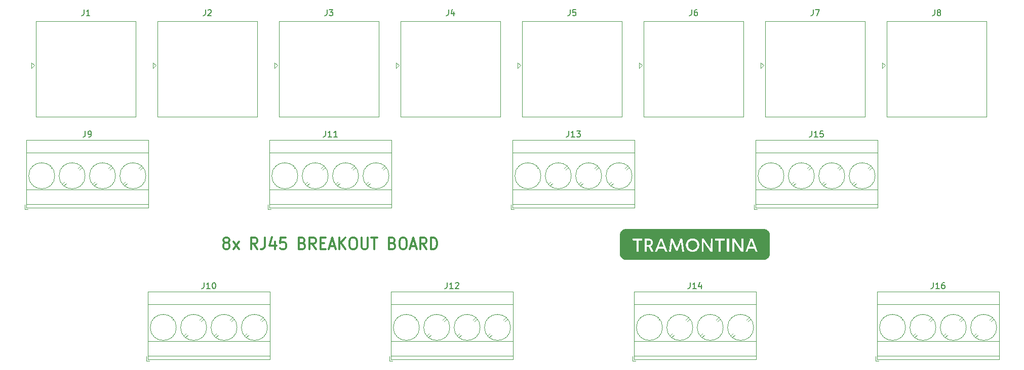
<source format=gbr>
G04 #@! TF.GenerationSoftware,KiCad,Pcbnew,(5.1.9)-1*
G04 #@! TF.CreationDate,2021-09-29T15:51:31-03:00*
G04 #@! TF.ProjectId,RJ45-breakout_8ch,524a3435-2d62-4726-9561-6b6f75745f38,rev?*
G04 #@! TF.SameCoordinates,Original*
G04 #@! TF.FileFunction,Legend,Top*
G04 #@! TF.FilePolarity,Positive*
%FSLAX46Y46*%
G04 Gerber Fmt 4.6, Leading zero omitted, Abs format (unit mm)*
G04 Created by KiCad (PCBNEW (5.1.9)-1) date 2021-09-29 15:51:31*
%MOMM*%
%LPD*%
G01*
G04 APERTURE LIST*
%ADD10C,0.300000*%
%ADD11C,0.010000*%
%ADD12C,0.050000*%
%ADD13C,0.120000*%
%ADD14C,0.150000*%
G04 APERTURE END LIST*
D10*
X103121428Y-105171904D02*
X102950000Y-105076666D01*
X102864285Y-104981428D01*
X102778571Y-104790952D01*
X102778571Y-104695714D01*
X102864285Y-104505238D01*
X102950000Y-104410000D01*
X103121428Y-104314761D01*
X103464285Y-104314761D01*
X103635714Y-104410000D01*
X103721428Y-104505238D01*
X103807142Y-104695714D01*
X103807142Y-104790952D01*
X103721428Y-104981428D01*
X103635714Y-105076666D01*
X103464285Y-105171904D01*
X103121428Y-105171904D01*
X102950000Y-105267142D01*
X102864285Y-105362380D01*
X102778571Y-105552857D01*
X102778571Y-105933809D01*
X102864285Y-106124285D01*
X102950000Y-106219523D01*
X103121428Y-106314761D01*
X103464285Y-106314761D01*
X103635714Y-106219523D01*
X103721428Y-106124285D01*
X103807142Y-105933809D01*
X103807142Y-105552857D01*
X103721428Y-105362380D01*
X103635714Y-105267142D01*
X103464285Y-105171904D01*
X104407142Y-106314761D02*
X105350000Y-104981428D01*
X104407142Y-104981428D02*
X105350000Y-106314761D01*
X108435714Y-106314761D02*
X107835714Y-105362380D01*
X107407142Y-106314761D02*
X107407142Y-104314761D01*
X108092857Y-104314761D01*
X108264285Y-104410000D01*
X108350000Y-104505238D01*
X108435714Y-104695714D01*
X108435714Y-104981428D01*
X108350000Y-105171904D01*
X108264285Y-105267142D01*
X108092857Y-105362380D01*
X107407142Y-105362380D01*
X109721428Y-104314761D02*
X109721428Y-105743333D01*
X109635714Y-106029047D01*
X109464285Y-106219523D01*
X109207142Y-106314761D01*
X109035714Y-106314761D01*
X111350000Y-104981428D02*
X111350000Y-106314761D01*
X110921428Y-104219523D02*
X110492857Y-105648095D01*
X111607142Y-105648095D01*
X113150000Y-104314761D02*
X112292857Y-104314761D01*
X112207142Y-105267142D01*
X112292857Y-105171904D01*
X112464285Y-105076666D01*
X112892857Y-105076666D01*
X113064285Y-105171904D01*
X113150000Y-105267142D01*
X113235714Y-105457619D01*
X113235714Y-105933809D01*
X113150000Y-106124285D01*
X113064285Y-106219523D01*
X112892857Y-106314761D01*
X112464285Y-106314761D01*
X112292857Y-106219523D01*
X112207142Y-106124285D01*
X115978571Y-105267142D02*
X116235714Y-105362380D01*
X116321428Y-105457619D01*
X116407142Y-105648095D01*
X116407142Y-105933809D01*
X116321428Y-106124285D01*
X116235714Y-106219523D01*
X116064285Y-106314761D01*
X115378571Y-106314761D01*
X115378571Y-104314761D01*
X115978571Y-104314761D01*
X116150000Y-104410000D01*
X116235714Y-104505238D01*
X116321428Y-104695714D01*
X116321428Y-104886190D01*
X116235714Y-105076666D01*
X116150000Y-105171904D01*
X115978571Y-105267142D01*
X115378571Y-105267142D01*
X118207142Y-106314761D02*
X117607142Y-105362380D01*
X117178571Y-106314761D02*
X117178571Y-104314761D01*
X117864285Y-104314761D01*
X118035714Y-104410000D01*
X118121428Y-104505238D01*
X118207142Y-104695714D01*
X118207142Y-104981428D01*
X118121428Y-105171904D01*
X118035714Y-105267142D01*
X117864285Y-105362380D01*
X117178571Y-105362380D01*
X118978571Y-105267142D02*
X119578571Y-105267142D01*
X119835714Y-106314761D02*
X118978571Y-106314761D01*
X118978571Y-104314761D01*
X119835714Y-104314761D01*
X120521428Y-105743333D02*
X121378571Y-105743333D01*
X120350000Y-106314761D02*
X120950000Y-104314761D01*
X121550000Y-106314761D01*
X122150000Y-106314761D02*
X122150000Y-104314761D01*
X123178571Y-106314761D02*
X122407142Y-105171904D01*
X123178571Y-104314761D02*
X122150000Y-105457619D01*
X124292857Y-104314761D02*
X124635714Y-104314761D01*
X124807142Y-104410000D01*
X124978571Y-104600476D01*
X125064285Y-104981428D01*
X125064285Y-105648095D01*
X124978571Y-106029047D01*
X124807142Y-106219523D01*
X124635714Y-106314761D01*
X124292857Y-106314761D01*
X124121428Y-106219523D01*
X123950000Y-106029047D01*
X123864285Y-105648095D01*
X123864285Y-104981428D01*
X123950000Y-104600476D01*
X124121428Y-104410000D01*
X124292857Y-104314761D01*
X125835714Y-104314761D02*
X125835714Y-105933809D01*
X125921428Y-106124285D01*
X126007142Y-106219523D01*
X126178571Y-106314761D01*
X126521428Y-106314761D01*
X126692857Y-106219523D01*
X126778571Y-106124285D01*
X126864285Y-105933809D01*
X126864285Y-104314761D01*
X127464285Y-104314761D02*
X128492857Y-104314761D01*
X127978571Y-106314761D02*
X127978571Y-104314761D01*
X131064285Y-105267142D02*
X131321428Y-105362380D01*
X131407142Y-105457619D01*
X131492857Y-105648095D01*
X131492857Y-105933809D01*
X131407142Y-106124285D01*
X131321428Y-106219523D01*
X131149999Y-106314761D01*
X130464285Y-106314761D01*
X130464285Y-104314761D01*
X131064285Y-104314761D01*
X131235714Y-104410000D01*
X131321428Y-104505238D01*
X131407142Y-104695714D01*
X131407142Y-104886190D01*
X131321428Y-105076666D01*
X131235714Y-105171904D01*
X131064285Y-105267142D01*
X130464285Y-105267142D01*
X132607142Y-104314761D02*
X132949999Y-104314761D01*
X133121428Y-104410000D01*
X133292857Y-104600476D01*
X133378571Y-104981428D01*
X133378571Y-105648095D01*
X133292857Y-106029047D01*
X133121428Y-106219523D01*
X132949999Y-106314761D01*
X132607142Y-106314761D01*
X132435714Y-106219523D01*
X132264285Y-106029047D01*
X132178571Y-105648095D01*
X132178571Y-104981428D01*
X132264285Y-104600476D01*
X132435714Y-104410000D01*
X132607142Y-104314761D01*
X134064285Y-105743333D02*
X134921428Y-105743333D01*
X133892857Y-106314761D02*
X134492857Y-104314761D01*
X135092857Y-106314761D01*
X136721428Y-106314761D02*
X136121428Y-105362380D01*
X135692857Y-106314761D02*
X135692857Y-104314761D01*
X136378571Y-104314761D01*
X136550000Y-104410000D01*
X136635714Y-104505238D01*
X136721428Y-104695714D01*
X136721428Y-104981428D01*
X136635714Y-105171904D01*
X136550000Y-105267142D01*
X136378571Y-105362380D01*
X135692857Y-105362380D01*
X137492857Y-106314761D02*
X137492857Y-104314761D01*
X137921428Y-104314761D01*
X138178571Y-104410000D01*
X138350000Y-104600476D01*
X138435714Y-104790952D01*
X138521428Y-105171904D01*
X138521428Y-105457619D01*
X138435714Y-105838571D01*
X138350000Y-106029047D01*
X138178571Y-106219523D01*
X137921428Y-106314761D01*
X137492857Y-106314761D01*
D11*
G04 #@! TO.C,REF\u002A\u002A*
G36*
X181410000Y-104860000D02*
G01*
X181640000Y-105000000D01*
X181790000Y-105210000D01*
X181870000Y-105410000D01*
X181880000Y-105660000D01*
X181810000Y-105910000D01*
X181670000Y-106110000D01*
X181440000Y-106280000D01*
X181180000Y-106330000D01*
X180970000Y-106300000D01*
X180730000Y-106180000D01*
X180530000Y-105950000D01*
X180440000Y-105670000D01*
X180460000Y-105360000D01*
X180560000Y-105130000D01*
X180750000Y-104930000D01*
X180960000Y-104840000D01*
X181156000Y-104816600D01*
X181410000Y-104860000D01*
G37*
X181410000Y-104860000D02*
X181640000Y-105000000D01*
X181790000Y-105210000D01*
X181870000Y-105410000D01*
X181880000Y-105660000D01*
X181810000Y-105910000D01*
X181670000Y-106110000D01*
X181440000Y-106280000D01*
X181180000Y-106330000D01*
X180970000Y-106300000D01*
X180730000Y-106180000D01*
X180530000Y-105950000D01*
X180440000Y-105670000D01*
X180460000Y-105360000D01*
X180560000Y-105130000D01*
X180750000Y-104930000D01*
X180960000Y-104840000D01*
X181156000Y-104816600D01*
X181410000Y-104860000D01*
G36*
X174020000Y-104870000D02*
G01*
X174130000Y-105000000D01*
X174150000Y-105180000D01*
X174110000Y-105340000D01*
X173960000Y-105460000D01*
X173850000Y-105470000D01*
X173510000Y-105470000D01*
X173510000Y-104820000D01*
X173880000Y-104820000D01*
X174020000Y-104870000D01*
G37*
X174020000Y-104870000D02*
X174130000Y-105000000D01*
X174150000Y-105180000D01*
X174110000Y-105340000D01*
X173960000Y-105460000D01*
X173850000Y-105470000D01*
X173510000Y-105470000D01*
X173510000Y-104820000D01*
X173880000Y-104820000D01*
X174020000Y-104870000D01*
G36*
X191320000Y-105810000D02*
G01*
X190690000Y-105810000D01*
X191000000Y-104940000D01*
X191320000Y-105810000D01*
G37*
X191320000Y-105810000D02*
X190690000Y-105810000D01*
X191000000Y-104940000D01*
X191320000Y-105810000D01*
G36*
X176220000Y-105800000D02*
G01*
X175590000Y-105800000D01*
X175900000Y-104930000D01*
X176220000Y-105800000D01*
G37*
X176220000Y-105800000D02*
X175590000Y-105800000D01*
X175900000Y-104930000D01*
X176220000Y-105800000D01*
G36*
X178490000Y-105960000D02*
G01*
X177890000Y-104390000D01*
X179100000Y-104390000D01*
X178490000Y-105960000D01*
G37*
X178490000Y-105960000D02*
X177890000Y-104390000D01*
X179100000Y-104390000D01*
X178490000Y-105960000D01*
G36*
X184160000Y-104410000D02*
G01*
X184150000Y-106010000D01*
X183060000Y-104410000D01*
X184160000Y-104410000D01*
G37*
X184160000Y-104410000D02*
X184150000Y-106010000D01*
X183060000Y-104410000D01*
X184160000Y-104410000D01*
G36*
X189260000Y-104410000D02*
G01*
X189250000Y-106010000D01*
X188160000Y-104410000D01*
X189260000Y-104410000D01*
G37*
X189260000Y-104410000D02*
X189250000Y-106010000D01*
X188160000Y-104410000D01*
X189260000Y-104410000D01*
G36*
X191410000Y-104410000D02*
G01*
X181530000Y-104420000D01*
X181162600Y-104380900D01*
X180810000Y-104410000D01*
X171010000Y-104410000D01*
X171010000Y-104110000D01*
X169040000Y-104110000D01*
X169070000Y-103710000D01*
X191410000Y-103710000D01*
X191410000Y-104410000D01*
G37*
X191410000Y-104410000D02*
X181530000Y-104420000D01*
X181162600Y-104380900D01*
X180810000Y-104410000D01*
X171010000Y-104410000D01*
X171010000Y-104110000D01*
X169040000Y-104110000D01*
X169070000Y-103710000D01*
X191410000Y-103710000D01*
X191410000Y-104410000D01*
G36*
X193220000Y-102920000D02*
G01*
X193540000Y-103040000D01*
X193790000Y-103230000D01*
X193960000Y-103520000D01*
X194030000Y-103780000D01*
X194042600Y-103989500D01*
X194042600Y-106887900D01*
X194000000Y-107240000D01*
X193860000Y-107560000D01*
X193570000Y-107830000D01*
X193270000Y-107950000D01*
X192948300Y-107982300D01*
X170136900Y-107982300D01*
X169790000Y-107940000D01*
X169510000Y-107820000D01*
X169230000Y-107560000D01*
X169070000Y-107190000D01*
X169042600Y-106887900D01*
X169042600Y-103989500D01*
X171080000Y-103990000D01*
X171080000Y-104700000D01*
X171130000Y-104800000D01*
X171290000Y-104840000D01*
X171720000Y-104840000D01*
X171720000Y-106590000D01*
X171760000Y-106690000D01*
X171870000Y-106720000D01*
X172170000Y-106720000D01*
X172170000Y-104830000D01*
X172800000Y-104830000D01*
X172800000Y-104410000D01*
X173080000Y-104410000D01*
X173080000Y-106620000D01*
X173150000Y-106700000D01*
X173249300Y-106716200D01*
X173503800Y-106716200D01*
X173503800Y-105869800D01*
X173799600Y-105869800D01*
X174230000Y-106680000D01*
X174340000Y-106720000D01*
X174728700Y-106716200D01*
X174210000Y-105790000D01*
X174450000Y-105610000D01*
X174580000Y-105310000D01*
X174590000Y-104990000D01*
X174410000Y-104620000D01*
X174140000Y-104470000D01*
X173930000Y-104420000D01*
X175700000Y-104420000D01*
X174810000Y-106720000D01*
X175260000Y-106710000D01*
X175440000Y-106210000D01*
X176366900Y-106210300D01*
X176550000Y-106660000D01*
X176640000Y-106720000D01*
X177000000Y-106710000D01*
X176110000Y-104310000D01*
X177510000Y-104310000D01*
X177134300Y-106716200D01*
X177566900Y-106716200D01*
X177770000Y-105160000D01*
X178270000Y-106410000D01*
X178350000Y-106510000D01*
X178460000Y-106530000D01*
X178670900Y-106525200D01*
X179180000Y-105180000D01*
X179380000Y-106590000D01*
X179450000Y-106680000D01*
X179570000Y-106720000D01*
X179840000Y-106720000D01*
X179485500Y-104370000D01*
X180900000Y-104380000D01*
X180510000Y-104570000D01*
X180220000Y-104840000D01*
X180030000Y-105160000D01*
X179970000Y-105630000D01*
X180010000Y-105960000D01*
X180190000Y-106260000D01*
X180450000Y-106550000D01*
X180880000Y-106740000D01*
X181360000Y-106740000D01*
X181740000Y-106610000D01*
X182030000Y-106380000D01*
X182270000Y-106010000D01*
X182360000Y-105480000D01*
X182220000Y-105020000D01*
X181970000Y-104680000D01*
X181510000Y-104410000D01*
X182635500Y-104422100D01*
X182640000Y-106550000D01*
X182670000Y-106680000D01*
X182760000Y-106710000D01*
X183050000Y-106710000D01*
X183050000Y-105140000D01*
X184140000Y-106670000D01*
X184260000Y-106720000D01*
X184560000Y-106710000D01*
X184560000Y-104390000D01*
X184850000Y-104390000D01*
X184850000Y-104740000D01*
X184910000Y-104810000D01*
X185040000Y-104830000D01*
X185480000Y-104830000D01*
X185480000Y-106610000D01*
X185510000Y-106670000D01*
X185570000Y-106700000D01*
X185648800Y-106716200D01*
X185930000Y-106710000D01*
X185930000Y-104830000D01*
X186560000Y-104830000D01*
X186558900Y-104422100D01*
X186851800Y-104422100D01*
X186860000Y-106600000D01*
X186900000Y-106680000D01*
X186980000Y-106710000D01*
X187300000Y-106710000D01*
X187300000Y-104420000D01*
X187739500Y-104422100D01*
X187740000Y-106610000D01*
X187800000Y-106700000D01*
X187920000Y-106720000D01*
X188156000Y-106716200D01*
X188160000Y-105130000D01*
X189190000Y-106610000D01*
X189340000Y-106700000D01*
X189440000Y-106720000D01*
X189680000Y-106710000D01*
X189680000Y-104380000D01*
X190800000Y-104380000D01*
X189920000Y-106710000D01*
X190360000Y-106710000D01*
X190550000Y-106200000D01*
X191470000Y-106220000D01*
X191630000Y-106630000D01*
X191700000Y-106690000D01*
X191810000Y-106720000D01*
X192114200Y-106716200D01*
X191230000Y-104430000D01*
X191230000Y-103790000D01*
X169050000Y-103770000D01*
X169220000Y-103330000D01*
X169500000Y-103060000D01*
X169900000Y-102900000D01*
X170136900Y-102894900D01*
X192948300Y-102894900D01*
X193220000Y-102920000D01*
G37*
X193220000Y-102920000D02*
X193540000Y-103040000D01*
X193790000Y-103230000D01*
X193960000Y-103520000D01*
X194030000Y-103780000D01*
X194042600Y-103989500D01*
X194042600Y-106887900D01*
X194000000Y-107240000D01*
X193860000Y-107560000D01*
X193570000Y-107830000D01*
X193270000Y-107950000D01*
X192948300Y-107982300D01*
X170136900Y-107982300D01*
X169790000Y-107940000D01*
X169510000Y-107820000D01*
X169230000Y-107560000D01*
X169070000Y-107190000D01*
X169042600Y-106887900D01*
X169042600Y-103989500D01*
X171080000Y-103990000D01*
X171080000Y-104700000D01*
X171130000Y-104800000D01*
X171290000Y-104840000D01*
X171720000Y-104840000D01*
X171720000Y-106590000D01*
X171760000Y-106690000D01*
X171870000Y-106720000D01*
X172170000Y-106720000D01*
X172170000Y-104830000D01*
X172800000Y-104830000D01*
X172800000Y-104410000D01*
X173080000Y-104410000D01*
X173080000Y-106620000D01*
X173150000Y-106700000D01*
X173249300Y-106716200D01*
X173503800Y-106716200D01*
X173503800Y-105869800D01*
X173799600Y-105869800D01*
X174230000Y-106680000D01*
X174340000Y-106720000D01*
X174728700Y-106716200D01*
X174210000Y-105790000D01*
X174450000Y-105610000D01*
X174580000Y-105310000D01*
X174590000Y-104990000D01*
X174410000Y-104620000D01*
X174140000Y-104470000D01*
X173930000Y-104420000D01*
X175700000Y-104420000D01*
X174810000Y-106720000D01*
X175260000Y-106710000D01*
X175440000Y-106210000D01*
X176366900Y-106210300D01*
X176550000Y-106660000D01*
X176640000Y-106720000D01*
X177000000Y-106710000D01*
X176110000Y-104310000D01*
X177510000Y-104310000D01*
X177134300Y-106716200D01*
X177566900Y-106716200D01*
X177770000Y-105160000D01*
X178270000Y-106410000D01*
X178350000Y-106510000D01*
X178460000Y-106530000D01*
X178670900Y-106525200D01*
X179180000Y-105180000D01*
X179380000Y-106590000D01*
X179450000Y-106680000D01*
X179570000Y-106720000D01*
X179840000Y-106720000D01*
X179485500Y-104370000D01*
X180900000Y-104380000D01*
X180510000Y-104570000D01*
X180220000Y-104840000D01*
X180030000Y-105160000D01*
X179970000Y-105630000D01*
X180010000Y-105960000D01*
X180190000Y-106260000D01*
X180450000Y-106550000D01*
X180880000Y-106740000D01*
X181360000Y-106740000D01*
X181740000Y-106610000D01*
X182030000Y-106380000D01*
X182270000Y-106010000D01*
X182360000Y-105480000D01*
X182220000Y-105020000D01*
X181970000Y-104680000D01*
X181510000Y-104410000D01*
X182635500Y-104422100D01*
X182640000Y-106550000D01*
X182670000Y-106680000D01*
X182760000Y-106710000D01*
X183050000Y-106710000D01*
X183050000Y-105140000D01*
X184140000Y-106670000D01*
X184260000Y-106720000D01*
X184560000Y-106710000D01*
X184560000Y-104390000D01*
X184850000Y-104390000D01*
X184850000Y-104740000D01*
X184910000Y-104810000D01*
X185040000Y-104830000D01*
X185480000Y-104830000D01*
X185480000Y-106610000D01*
X185510000Y-106670000D01*
X185570000Y-106700000D01*
X185648800Y-106716200D01*
X185930000Y-106710000D01*
X185930000Y-104830000D01*
X186560000Y-104830000D01*
X186558900Y-104422100D01*
X186851800Y-104422100D01*
X186860000Y-106600000D01*
X186900000Y-106680000D01*
X186980000Y-106710000D01*
X187300000Y-106710000D01*
X187300000Y-104420000D01*
X187739500Y-104422100D01*
X187740000Y-106610000D01*
X187800000Y-106700000D01*
X187920000Y-106720000D01*
X188156000Y-106716200D01*
X188160000Y-105130000D01*
X189190000Y-106610000D01*
X189340000Y-106700000D01*
X189440000Y-106720000D01*
X189680000Y-106710000D01*
X189680000Y-104380000D01*
X190800000Y-104380000D01*
X189920000Y-106710000D01*
X190360000Y-106710000D01*
X190550000Y-106200000D01*
X191470000Y-106220000D01*
X191630000Y-106630000D01*
X191700000Y-106690000D01*
X191810000Y-106720000D01*
X192114200Y-106716200D01*
X191230000Y-104430000D01*
X191230000Y-103790000D01*
X169050000Y-103770000D01*
X169220000Y-103330000D01*
X169500000Y-103060000D01*
X169900000Y-102900000D01*
X170136900Y-102894900D01*
X192948300Y-102894900D01*
X193220000Y-102920000D01*
D12*
X181156000Y-104816600D02*
X181229664Y-104820525D01*
X181229664Y-104820525D02*
X181301239Y-104832039D01*
X181301239Y-104832039D02*
X181370357Y-104850750D01*
X181370357Y-104850750D02*
X181436650Y-104876268D01*
X181436650Y-104876268D02*
X181499750Y-104908201D01*
X181499750Y-104908201D02*
X181559291Y-104946157D01*
X181559291Y-104946157D02*
X181614905Y-104989746D01*
X181614905Y-104989746D02*
X181666225Y-105038575D01*
X181666225Y-105038575D02*
X181712882Y-105092253D01*
X181712882Y-105092253D02*
X181754511Y-105150389D01*
X181754511Y-105150389D02*
X181790744Y-105212591D01*
X181790744Y-105212591D02*
X181821212Y-105278468D01*
X181821212Y-105278468D02*
X181845549Y-105347629D01*
X181845549Y-105347629D02*
X181863388Y-105419682D01*
X181863388Y-105419682D02*
X181874360Y-105494236D01*
X181874360Y-105494236D02*
X181878100Y-105570900D01*
X171715400Y-106540900D02*
X171719399Y-106592914D01*
X171719399Y-106592914D02*
X171735055Y-106642717D01*
X171735055Y-106642717D02*
X171768965Y-106684110D01*
X171768965Y-106684110D02*
X171820531Y-106708320D01*
X171820531Y-106708320D02*
X171879425Y-106716041D01*
X171879425Y-106716041D02*
X171890600Y-106716200D01*
X184840500Y-104422100D02*
X184840500Y-104657700D01*
X185473600Y-104832300D02*
X185473600Y-106540900D01*
X184840500Y-104657700D02*
X184844498Y-104709368D01*
X184844498Y-104709368D02*
X184860147Y-104758926D01*
X184860147Y-104758926D02*
X184894030Y-104800204D01*
X184894030Y-104800204D02*
X184945535Y-104824404D01*
X184945535Y-104824404D02*
X185004343Y-104832141D01*
X185004343Y-104832141D02*
X185015500Y-104832300D01*
X186558900Y-104832300D02*
X186558900Y-104422100D01*
X189915200Y-106716200D02*
X190364200Y-106716200D01*
X176366900Y-106210300D02*
X176494500Y-106560300D01*
X170136900Y-107982300D02*
X170075569Y-107981040D01*
X170075569Y-107981040D02*
X170015615Y-107977285D01*
X170015615Y-107977285D02*
X169957074Y-107971073D01*
X169957074Y-107971073D02*
X169899985Y-107962439D01*
X169899985Y-107962439D02*
X169844384Y-107951422D01*
X169844384Y-107951422D02*
X169790309Y-107938057D01*
X169790309Y-107938057D02*
X169737798Y-107922383D01*
X169737798Y-107922383D02*
X169686887Y-107904435D01*
X169686887Y-107904435D02*
X169637615Y-107884252D01*
X169637615Y-107884252D02*
X169590018Y-107861869D01*
X169590018Y-107861869D02*
X169544135Y-107837324D01*
X169544135Y-107837324D02*
X169500002Y-107810654D01*
X169500002Y-107810654D02*
X169457657Y-107781896D01*
X169457657Y-107781896D02*
X169417137Y-107751087D01*
X169417137Y-107751087D02*
X169378481Y-107718263D01*
X169378481Y-107718263D02*
X169341725Y-107683462D01*
X169341725Y-107683462D02*
X169306906Y-107646721D01*
X169306906Y-107646721D02*
X169274062Y-107608076D01*
X169274062Y-107608076D02*
X169243231Y-107567565D01*
X169243231Y-107567565D02*
X169214450Y-107525224D01*
X169214450Y-107525224D02*
X169187757Y-107481091D01*
X169187757Y-107481091D02*
X169163188Y-107435203D01*
X169163188Y-107435203D02*
X169140781Y-107387596D01*
X169140781Y-107387596D02*
X169120575Y-107338307D01*
X169120575Y-107338307D02*
X169102605Y-107287374D01*
X169102605Y-107287374D02*
X169086910Y-107234833D01*
X169086910Y-107234833D02*
X169073526Y-107180722D01*
X169073526Y-107180722D02*
X169062492Y-107125077D01*
X169062492Y-107125077D02*
X169053845Y-107067935D01*
X169053845Y-107067935D02*
X169047623Y-107009334D01*
X169047623Y-107009334D02*
X169043862Y-106949310D01*
X169043862Y-106949310D02*
X169042600Y-106887900D01*
X173802900Y-105479000D02*
X173503800Y-105479000D01*
X175260000Y-106716200D02*
X175438000Y-106210300D01*
X171715400Y-104832300D02*
X171715400Y-106540900D01*
X181878100Y-105570900D02*
X181874360Y-105647439D01*
X181874360Y-105647439D02*
X181863388Y-105721814D01*
X181863388Y-105721814D02*
X181845549Y-105793643D01*
X181845549Y-105793643D02*
X181821212Y-105862542D01*
X181821212Y-105862542D02*
X181790744Y-105928128D01*
X181790744Y-105928128D02*
X181754511Y-105990020D01*
X181754511Y-105990020D02*
X181712882Y-106047834D01*
X181712882Y-106047834D02*
X181666225Y-106101187D01*
X181666225Y-106101187D02*
X181614905Y-106149697D01*
X181614905Y-106149697D02*
X181559291Y-106192981D01*
X181559291Y-106192981D02*
X181499750Y-106230655D01*
X181499750Y-106230655D02*
X181436650Y-106262339D01*
X181436650Y-106262339D02*
X181370357Y-106287647D01*
X181370357Y-106287647D02*
X181301239Y-106306199D01*
X181301239Y-106306199D02*
X181229664Y-106317611D01*
X181229664Y-106317611D02*
X181156000Y-106321500D01*
X185015500Y-104832300D02*
X185473600Y-104832300D01*
X185473600Y-106540900D02*
X185477611Y-106592914D01*
X185477611Y-106592914D02*
X185493302Y-106642717D01*
X185493302Y-106642717D02*
X185527248Y-106684110D01*
X185527248Y-106684110D02*
X185578811Y-106708320D01*
X185578811Y-106708320D02*
X185637642Y-106716041D01*
X185637642Y-106716041D02*
X185648800Y-106716200D01*
X191599000Y-106560300D02*
X191623196Y-106613603D01*
X191623196Y-106613603D02*
X191653353Y-106655682D01*
X191653353Y-106655682D02*
X191696929Y-106690725D01*
X191696929Y-106690725D02*
X191750519Y-106710793D01*
X191750519Y-106710793D02*
X191805200Y-106716200D01*
X194042600Y-106887900D02*
X194041337Y-106949310D01*
X194041337Y-106949310D02*
X194037573Y-107009334D01*
X194037573Y-107009334D02*
X194031346Y-107067935D01*
X194031346Y-107067935D02*
X194022694Y-107125077D01*
X194022694Y-107125077D02*
X194011654Y-107180722D01*
X194011654Y-107180722D02*
X193998264Y-107234833D01*
X193998264Y-107234833D02*
X193982561Y-107287374D01*
X193982561Y-107287374D02*
X193964582Y-107338307D01*
X193964582Y-107338307D02*
X193944366Y-107387596D01*
X193944366Y-107387596D02*
X193921951Y-107435203D01*
X193921951Y-107435203D02*
X193897373Y-107481091D01*
X193897373Y-107481091D02*
X193870670Y-107525224D01*
X193870670Y-107525224D02*
X193841880Y-107567565D01*
X193841880Y-107567565D02*
X193811040Y-107608076D01*
X193811040Y-107608076D02*
X193778188Y-107646721D01*
X193778188Y-107646721D02*
X193743362Y-107683462D01*
X193743362Y-107683462D02*
X193706599Y-107718263D01*
X193706599Y-107718263D02*
X193667937Y-107751087D01*
X193667937Y-107751087D02*
X193627413Y-107781896D01*
X193627413Y-107781896D02*
X193585065Y-107810654D01*
X193585065Y-107810654D02*
X193540931Y-107837324D01*
X193540931Y-107837324D02*
X193495048Y-107861869D01*
X193495048Y-107861869D02*
X193447454Y-107884252D01*
X193447454Y-107884252D02*
X193398185Y-107904435D01*
X193398185Y-107904435D02*
X193347281Y-107922383D01*
X193347281Y-107922383D02*
X193294779Y-107938057D01*
X193294779Y-107938057D02*
X193240715Y-107951422D01*
X193240715Y-107951422D02*
X193185128Y-107962439D01*
X193185128Y-107962439D02*
X193128056Y-107971073D01*
X193128056Y-107971073D02*
X193069535Y-107977285D01*
X193069535Y-107977285D02*
X193009604Y-107981040D01*
X193009604Y-107981040D02*
X192948300Y-107982300D01*
X176224200Y-105809500D02*
X175581500Y-105809500D01*
X172800700Y-104832300D02*
X172800700Y-104422100D01*
X194042600Y-103989500D02*
X194042600Y-106887900D01*
X190793700Y-104422100D02*
X189915200Y-106716200D01*
X192948300Y-102894900D02*
X193009604Y-102896161D01*
X193009604Y-102896161D02*
X193069535Y-102899922D01*
X193069535Y-102899922D02*
X193128056Y-102906143D01*
X193128056Y-102906143D02*
X193185128Y-102914789D01*
X193185128Y-102914789D02*
X193240715Y-102925821D01*
X193240715Y-102925821D02*
X193294779Y-102939203D01*
X193294779Y-102939203D02*
X193347281Y-102954897D01*
X193347281Y-102954897D02*
X193398185Y-102972865D01*
X193398185Y-102972865D02*
X193447454Y-102993071D01*
X193447454Y-102993071D02*
X193495048Y-103015477D01*
X193495048Y-103015477D02*
X193540931Y-103040046D01*
X193540931Y-103040046D02*
X193585065Y-103066740D01*
X193585065Y-103066740D02*
X193627413Y-103095522D01*
X193627413Y-103095522D02*
X193667937Y-103126355D01*
X193667937Y-103126355D02*
X193706599Y-103159202D01*
X193706599Y-103159202D02*
X193743362Y-103194025D01*
X193743362Y-103194025D02*
X193778188Y-103230786D01*
X193778188Y-103230786D02*
X193811040Y-103269449D01*
X193811040Y-103269449D02*
X193841880Y-103309977D01*
X193841880Y-103309977D02*
X193870670Y-103352331D01*
X193870670Y-103352331D02*
X193897373Y-103396475D01*
X193897373Y-103396475D02*
X193921951Y-103442371D01*
X193921951Y-103442371D02*
X193944366Y-103489983D01*
X193944366Y-103489983D02*
X193964582Y-103539271D01*
X193964582Y-103539271D02*
X193982561Y-103590201D01*
X193982561Y-103590201D02*
X193998264Y-103642733D01*
X193998264Y-103642733D02*
X194011654Y-103696831D01*
X194011654Y-103696831D02*
X194022694Y-103752457D01*
X194022694Y-103752457D02*
X194031346Y-103809574D01*
X194031346Y-103809574D02*
X194037573Y-103868145D01*
X194037573Y-103868145D02*
X194041337Y-103928133D01*
X194041337Y-103928133D02*
X194042600Y-103989500D01*
X175581500Y-105809500D02*
X175902500Y-104915200D01*
X175902500Y-104915200D02*
X176224200Y-105809500D01*
X190685700Y-105809500D02*
X191007200Y-104915200D01*
X173802900Y-104816600D02*
X173864395Y-104820382D01*
X173864395Y-104820382D02*
X173925542Y-104832551D01*
X173925542Y-104832551D02*
X173983921Y-104854341D01*
X173983921Y-104854341D02*
X174037112Y-104886987D01*
X174037112Y-104886987D02*
X174082695Y-104931722D01*
X174082695Y-104931722D02*
X174110435Y-104973948D01*
X174110435Y-104973948D02*
X174131512Y-105024190D01*
X174131512Y-105024190D02*
X174144908Y-105082967D01*
X174144908Y-105082967D02*
X174149600Y-105150800D01*
X191328000Y-105809500D02*
X190685700Y-105809500D01*
X185925600Y-104832300D02*
X186558900Y-104832300D01*
X187302900Y-104422100D02*
X186851800Y-104422100D01*
X191805200Y-106716200D02*
X192114200Y-106716200D01*
X185925600Y-106716200D02*
X185925600Y-104832300D01*
X172167400Y-106716200D02*
X172167400Y-104832300D01*
X186851800Y-106540900D02*
X186855796Y-106592914D01*
X186855796Y-106592914D02*
X186871427Y-106642717D01*
X186871427Y-106642717D02*
X186905241Y-106684110D01*
X186905241Y-106684110D02*
X186956597Y-106708320D01*
X186956597Y-106708320D02*
X187015188Y-106716041D01*
X187015188Y-106716041D02*
X187026300Y-106716200D01*
X171082000Y-104422100D02*
X171082000Y-104657700D01*
X171890600Y-106716200D02*
X172167400Y-106716200D01*
X187302900Y-106716200D02*
X187302900Y-104422100D01*
X181156000Y-106321500D02*
X181082287Y-106317611D01*
X181082287Y-106317611D02*
X181010749Y-106306199D01*
X181010749Y-106306199D02*
X180941743Y-106287647D01*
X180941743Y-106287647D02*
X180875623Y-106262339D01*
X180875623Y-106262339D02*
X180812746Y-106230655D01*
X180812746Y-106230655D02*
X180753469Y-106192981D01*
X180753469Y-106192981D02*
X180698147Y-106149697D01*
X180698147Y-106149697D02*
X180647137Y-106101187D01*
X180647137Y-106101187D02*
X180600794Y-106047834D01*
X180600794Y-106047834D02*
X180559475Y-105990020D01*
X180559475Y-105990020D02*
X180523536Y-105928128D01*
X180523536Y-105928128D02*
X180493332Y-105862542D01*
X180493332Y-105862542D02*
X180469221Y-105793643D01*
X180469221Y-105793643D02*
X180451558Y-105721814D01*
X180451558Y-105721814D02*
X180440698Y-105647439D01*
X180440698Y-105647439D02*
X180437000Y-105570900D01*
X190364200Y-106716200D02*
X190542700Y-106210300D01*
X191229900Y-104422100D02*
X190793700Y-104422100D01*
X172167400Y-104832300D02*
X172800700Y-104832300D01*
X192114200Y-106716200D02*
X191229900Y-104422100D01*
X185648800Y-106716200D02*
X185925600Y-106716200D01*
X174149600Y-105150800D02*
X174144908Y-105217006D01*
X174144908Y-105217006D02*
X174131512Y-105274479D01*
X174131512Y-105274479D02*
X174110435Y-105323704D01*
X174110435Y-105323704D02*
X174072145Y-105377346D01*
X174072145Y-105377346D02*
X174024433Y-105418336D01*
X174024433Y-105418336D02*
X173969718Y-105447825D01*
X173969718Y-105447825D02*
X173910420Y-105466962D01*
X173910420Y-105466962D02*
X173848959Y-105476896D01*
X173848959Y-105476896D02*
X173802900Y-105479000D01*
X172800700Y-104422100D02*
X171082000Y-104422100D01*
X187026300Y-106716200D02*
X187302900Y-106716200D01*
X171257300Y-104832300D02*
X171715400Y-104832300D01*
X186558900Y-104422100D02*
X184840500Y-104422100D01*
X180437000Y-105570900D02*
X180440698Y-105494236D01*
X180440698Y-105494236D02*
X180451558Y-105419682D01*
X180451558Y-105419682D02*
X180469221Y-105347629D01*
X180469221Y-105347629D02*
X180493332Y-105278468D01*
X180493332Y-105278468D02*
X180523536Y-105212591D01*
X180523536Y-105212591D02*
X180559475Y-105150389D01*
X180559475Y-105150389D02*
X180600794Y-105092253D01*
X180600794Y-105092253D02*
X180647137Y-105038575D01*
X180647137Y-105038575D02*
X180698147Y-104989746D01*
X180698147Y-104989746D02*
X180753469Y-104946157D01*
X180753469Y-104946157D02*
X180812746Y-104908201D01*
X180812746Y-104908201D02*
X180875623Y-104876268D01*
X180875623Y-104876268D02*
X180941743Y-104850750D01*
X180941743Y-104850750D02*
X181010749Y-104832039D01*
X181010749Y-104832039D02*
X181082287Y-104820525D01*
X181082287Y-104820525D02*
X181156000Y-104816600D01*
X191471300Y-106210300D02*
X191599000Y-106560300D01*
X190542700Y-106210300D02*
X191471300Y-106210300D01*
X175438000Y-106210300D02*
X176366900Y-106210300D01*
X170136900Y-102894900D02*
X192948300Y-102894900D01*
X171082000Y-104657700D02*
X171086024Y-104709368D01*
X171086024Y-104709368D02*
X171101752Y-104758926D01*
X171101752Y-104758926D02*
X171135749Y-104800204D01*
X171135749Y-104800204D02*
X171187339Y-104824404D01*
X171187339Y-104824404D02*
X171246151Y-104832141D01*
X171246151Y-104832141D02*
X171257300Y-104832300D01*
X169042600Y-103989500D02*
X169043862Y-103928133D01*
X169043862Y-103928133D02*
X169047623Y-103868145D01*
X169047623Y-103868145D02*
X169053845Y-103809574D01*
X169053845Y-103809574D02*
X169062492Y-103752457D01*
X169062492Y-103752457D02*
X169073526Y-103696831D01*
X169073526Y-103696831D02*
X169086910Y-103642733D01*
X169086910Y-103642733D02*
X169102605Y-103590201D01*
X169102605Y-103590201D02*
X169120575Y-103539271D01*
X169120575Y-103539271D02*
X169140781Y-103489983D01*
X169140781Y-103489983D02*
X169163188Y-103442371D01*
X169163188Y-103442371D02*
X169187757Y-103396475D01*
X169187757Y-103396475D02*
X169214450Y-103352331D01*
X169214450Y-103352331D02*
X169243231Y-103309977D01*
X169243231Y-103309977D02*
X169274062Y-103269449D01*
X169274062Y-103269449D02*
X169306906Y-103230786D01*
X169306906Y-103230786D02*
X169341725Y-103194025D01*
X169341725Y-103194025D02*
X169378481Y-103159202D01*
X169378481Y-103159202D02*
X169417137Y-103126355D01*
X169417137Y-103126355D02*
X169457657Y-103095522D01*
X169457657Y-103095522D02*
X169500002Y-103066740D01*
X169500002Y-103066740D02*
X169544135Y-103040046D01*
X169544135Y-103040046D02*
X169590018Y-103015477D01*
X169590018Y-103015477D02*
X169637615Y-102993071D01*
X169637615Y-102993071D02*
X169686887Y-102972865D01*
X169686887Y-102972865D02*
X169737798Y-102954897D01*
X169737798Y-102954897D02*
X169790309Y-102939203D01*
X169790309Y-102939203D02*
X169844384Y-102925821D01*
X169844384Y-102925821D02*
X169899985Y-102914789D01*
X169899985Y-102914789D02*
X169957074Y-102906143D01*
X169957074Y-102906143D02*
X170015615Y-102899922D01*
X170015615Y-102899922D02*
X170075569Y-102896161D01*
X170075569Y-102896161D02*
X170136900Y-102894900D01*
X169042600Y-106887900D02*
X169042600Y-103989500D01*
X192948300Y-107982300D02*
X170136900Y-107982300D01*
X191007200Y-104915200D02*
X191328000Y-105809500D01*
X173503800Y-105479000D02*
X173503800Y-104816600D01*
X173503800Y-104816600D02*
X173802900Y-104816600D01*
X186851800Y-104422100D02*
X186851800Y-106540900D01*
X178489800Y-105980900D02*
X177894700Y-104422100D01*
X184566900Y-106716200D02*
X184566900Y-104422100D01*
X184048600Y-106557000D02*
X184085740Y-106605722D01*
X184085740Y-106605722D02*
X184123483Y-106644749D01*
X184123483Y-106644749D02*
X184170975Y-106679612D01*
X184170975Y-106679612D02*
X184222495Y-106702378D01*
X184222495Y-106702378D02*
X184279769Y-106714063D01*
X184279769Y-106714063D02*
X184322000Y-106716200D01*
X177566900Y-106716200D02*
X177773600Y-105141400D01*
X182810700Y-106716200D02*
X183052600Y-106716200D01*
X189670800Y-106716200D02*
X189670800Y-104422100D01*
X179842200Y-106716200D02*
X179485500Y-104422100D01*
X183052600Y-105122000D02*
X184048600Y-106557000D01*
X188146600Y-104422100D02*
X187739500Y-104422100D01*
X179485500Y-104422100D02*
X179084700Y-104422100D01*
X189253400Y-104422100D02*
X189253400Y-106045000D01*
X174728700Y-106716200D02*
X174203800Y-105787500D01*
X177773600Y-105141400D02*
X178241300Y-106359900D01*
X179370800Y-106547600D02*
X179383184Y-106598874D01*
X179383184Y-106598874D02*
X179410023Y-106647187D01*
X179410023Y-106647187D02*
X179447970Y-106681990D01*
X179447970Y-106681990D02*
X179494946Y-106704245D01*
X179494946Y-106704245D02*
X179548876Y-106714911D01*
X179548876Y-106714911D02*
X179577800Y-106716200D01*
X177490800Y-104422100D02*
X177134300Y-106716200D01*
X179084700Y-104422100D02*
X178489800Y-105980900D01*
X182635500Y-106540900D02*
X182639499Y-106592914D01*
X182639499Y-106592914D02*
X182655155Y-106642717D01*
X182655155Y-106642717D02*
X182689065Y-106684110D01*
X182689065Y-106684110D02*
X182740631Y-106708320D01*
X182740631Y-106708320D02*
X182799525Y-106716041D01*
X182799525Y-106716041D02*
X182810700Y-106716200D01*
X189670800Y-104422100D02*
X189253400Y-104422100D01*
X178670900Y-106525200D02*
X179186100Y-105166500D01*
X174591600Y-105153800D02*
X174587958Y-105071144D01*
X174587958Y-105071144D02*
X174577222Y-104992672D01*
X174577222Y-104992672D02*
X174559676Y-104918541D01*
X174559676Y-104918541D02*
X174535604Y-104848910D01*
X174535604Y-104848910D02*
X174505290Y-104783939D01*
X174505290Y-104783939D02*
X174469018Y-104723784D01*
X174469018Y-104723784D02*
X174427073Y-104668606D01*
X174427073Y-104668606D02*
X174379737Y-104618562D01*
X174379737Y-104618562D02*
X174327295Y-104573812D01*
X174327295Y-104573812D02*
X174270032Y-104534513D01*
X174270032Y-104534513D02*
X174208231Y-104500826D01*
X174208231Y-104500826D02*
X174142176Y-104472907D01*
X174142176Y-104472907D02*
X174072151Y-104450917D01*
X174072151Y-104450917D02*
X173998441Y-104435013D01*
X173998441Y-104435013D02*
X173921329Y-104425354D01*
X173921329Y-104425354D02*
X173841100Y-104422100D01*
X184150000Y-104422100D02*
X184150000Y-106045000D01*
X181149400Y-106757700D02*
X181210504Y-106756164D01*
X181210504Y-106756164D02*
X181270840Y-106751605D01*
X181270840Y-106751605D02*
X181330332Y-106744095D01*
X181330332Y-106744095D02*
X181388903Y-106733707D01*
X181388903Y-106733707D02*
X181446475Y-106720512D01*
X181446475Y-106720512D02*
X181502972Y-106704583D01*
X181502972Y-106704583D02*
X181558318Y-106685993D01*
X181558318Y-106685993D02*
X181612434Y-106664814D01*
X181612434Y-106664814D02*
X181665244Y-106641117D01*
X181665244Y-106641117D02*
X181716672Y-106614975D01*
X181716672Y-106614975D02*
X181766641Y-106586462D01*
X181766641Y-106586462D02*
X181815073Y-106555648D01*
X181815073Y-106555648D02*
X181861891Y-106522606D01*
X181861891Y-106522606D02*
X181907020Y-106487409D01*
X181907020Y-106487409D02*
X181950382Y-106450128D01*
X181950382Y-106450128D02*
X181991900Y-106410837D01*
X181991900Y-106410837D02*
X182031497Y-106369607D01*
X182031497Y-106369607D02*
X182069096Y-106326511D01*
X182069096Y-106326511D02*
X182104621Y-106281621D01*
X182104621Y-106281621D02*
X182137995Y-106235009D01*
X182137995Y-106235009D02*
X182169141Y-106186748D01*
X182169141Y-106186748D02*
X182197981Y-106136910D01*
X182197981Y-106136910D02*
X182224440Y-106085567D01*
X182224440Y-106085567D02*
X182248440Y-106032791D01*
X182248440Y-106032791D02*
X182269904Y-105978656D01*
X182269904Y-105978656D02*
X182288756Y-105923233D01*
X182288756Y-105923233D02*
X182304919Y-105866594D01*
X182304919Y-105866594D02*
X182318315Y-105808812D01*
X182318315Y-105808812D02*
X182328868Y-105749959D01*
X182328868Y-105749959D02*
X182336501Y-105690108D01*
X182336501Y-105690108D02*
X182341137Y-105629330D01*
X182341137Y-105629330D02*
X182342700Y-105567699D01*
X184322000Y-106716200D02*
X184566900Y-106716200D01*
X189152000Y-106557000D02*
X189189141Y-106605722D01*
X189189141Y-106605722D02*
X189226892Y-106644749D01*
X189226892Y-106644749D02*
X189274412Y-106679612D01*
X189274412Y-106679612D02*
X189325993Y-106702378D01*
X189325993Y-106702378D02*
X189383370Y-106714063D01*
X189383370Y-106714063D02*
X189425700Y-106716200D01*
X188156000Y-105122000D02*
X189152000Y-106557000D01*
X173799600Y-105869800D02*
X174165300Y-106586000D01*
X187739500Y-104422100D02*
X187739500Y-106540900D01*
X173074300Y-106540900D02*
X173078286Y-106592914D01*
X173078286Y-106592914D02*
X173093900Y-106642717D01*
X173093900Y-106642717D02*
X173127746Y-106684110D01*
X173127746Y-106684110D02*
X173179255Y-106708320D01*
X173179255Y-106708320D02*
X173238125Y-106716041D01*
X173238125Y-106716041D02*
X173249300Y-106716200D01*
X178241300Y-106359900D02*
X178263983Y-106407921D01*
X178263983Y-106407921D02*
X178296149Y-106454544D01*
X178296149Y-106454544D02*
X178334561Y-106489299D01*
X178334561Y-106489299D02*
X178380114Y-106512329D01*
X178380114Y-106512329D02*
X178433707Y-106523775D01*
X178433707Y-106523775D02*
X178463800Y-106525200D01*
X173503800Y-105869800D02*
X173799600Y-105869800D01*
X183042600Y-104422100D02*
X182635500Y-104422100D01*
X189425700Y-106716200D02*
X189670800Y-106716200D01*
X174384600Y-106716200D02*
X174728700Y-106716200D01*
X182342700Y-105567699D02*
X182341164Y-105506886D01*
X182341164Y-105506886D02*
X182336607Y-105446842D01*
X182336607Y-105446842D02*
X182329103Y-105387643D01*
X182329103Y-105387643D02*
X182318726Y-105329365D01*
X182318726Y-105329365D02*
X182305550Y-105272084D01*
X182305550Y-105272084D02*
X182289649Y-105215877D01*
X182289649Y-105215877D02*
X182271097Y-105160820D01*
X182271097Y-105160820D02*
X182249968Y-105106988D01*
X182249968Y-105106988D02*
X182226337Y-105054459D01*
X182226337Y-105054459D02*
X182200278Y-105003308D01*
X182200278Y-105003308D02*
X182171864Y-104953611D01*
X182171864Y-104953611D02*
X182141170Y-104905445D01*
X182141170Y-104905445D02*
X182108270Y-104858886D01*
X182108270Y-104858886D02*
X182073238Y-104814010D01*
X182073238Y-104814010D02*
X182036148Y-104770893D01*
X182036148Y-104770893D02*
X181997075Y-104729612D01*
X181997075Y-104729612D02*
X181956091Y-104690242D01*
X181956091Y-104690242D02*
X181913273Y-104652860D01*
X181913273Y-104652860D02*
X181868693Y-104617542D01*
X181868693Y-104617542D02*
X181822426Y-104584364D01*
X181822426Y-104584364D02*
X181774546Y-104553403D01*
X181774546Y-104553403D02*
X181725127Y-104524734D01*
X181725127Y-104524734D02*
X181674243Y-104498434D01*
X181674243Y-104498434D02*
X181621968Y-104474579D01*
X181621968Y-104474579D02*
X181568377Y-104453245D01*
X181568377Y-104453245D02*
X181513543Y-104434509D01*
X181513543Y-104434509D02*
X181457541Y-104418446D01*
X181457541Y-104418446D02*
X181400445Y-104405132D01*
X181400445Y-104405132D02*
X181342328Y-104394645D01*
X181342328Y-104394645D02*
X181283266Y-104387059D01*
X181283266Y-104387059D02*
X181223332Y-104382452D01*
X181223332Y-104382452D02*
X181162600Y-104380900D01*
X179186100Y-105166500D02*
X179370800Y-106547600D01*
X173841100Y-104422100D02*
X173074300Y-104422100D01*
X178463800Y-106525200D02*
X178670900Y-106525200D01*
X184566900Y-104422100D02*
X184150000Y-104422100D01*
X181162600Y-104380900D02*
X181101478Y-104382443D01*
X181101478Y-104382443D02*
X181041146Y-104387026D01*
X181041146Y-104387026D02*
X180981679Y-104394573D01*
X180981679Y-104394573D02*
X180923152Y-104405012D01*
X180923152Y-104405012D02*
X180865640Y-104418270D01*
X180865640Y-104418270D02*
X180809220Y-104434273D01*
X180809220Y-104434273D02*
X180753966Y-104452947D01*
X180753966Y-104452947D02*
X180699954Y-104474220D01*
X180699954Y-104474220D02*
X180647260Y-104498018D01*
X180647260Y-104498018D02*
X180595959Y-104524267D01*
X180595959Y-104524267D02*
X180546127Y-104552894D01*
X180546127Y-104552894D02*
X180497839Y-104583827D01*
X180497839Y-104583827D02*
X180451170Y-104616990D01*
X180451170Y-104616990D02*
X180406197Y-104652312D01*
X180406197Y-104652312D02*
X180362994Y-104689719D01*
X180362994Y-104689719D02*
X180321637Y-104729137D01*
X180321637Y-104729137D02*
X180282202Y-104770493D01*
X180282202Y-104770493D02*
X180244764Y-104813714D01*
X180244764Y-104813714D02*
X180209398Y-104858725D01*
X180209398Y-104858725D02*
X180176181Y-104905455D01*
X180176181Y-104905455D02*
X180145187Y-104953829D01*
X180145187Y-104953829D02*
X180116492Y-105003775D01*
X180116492Y-105003775D02*
X180090171Y-105055218D01*
X180090171Y-105055218D02*
X180066301Y-105108085D01*
X180066301Y-105108085D02*
X180044956Y-105162304D01*
X180044956Y-105162304D02*
X180026213Y-105217800D01*
X180026213Y-105217800D02*
X180010145Y-105274501D01*
X180010145Y-105274501D02*
X179996830Y-105332332D01*
X179996830Y-105332332D02*
X179986342Y-105391221D01*
X179986342Y-105391221D02*
X179978758Y-105451094D01*
X179978758Y-105451094D02*
X179974152Y-105511878D01*
X179974152Y-105511878D02*
X179972600Y-105573500D01*
X173249300Y-106716200D02*
X173503800Y-106716200D01*
X188156000Y-106716200D02*
X188156000Y-105122000D01*
X183052600Y-106716200D02*
X183052600Y-105122000D01*
X189253400Y-106045000D02*
X188146600Y-104422100D01*
X182635500Y-104422100D02*
X182635500Y-106540900D01*
X174203800Y-105787500D02*
X174266259Y-105753086D01*
X174266259Y-105753086D02*
X174324587Y-105712877D01*
X174324587Y-105712877D02*
X174378345Y-105667088D01*
X174378345Y-105667088D02*
X174427093Y-105615935D01*
X174427093Y-105615935D02*
X174470391Y-105559635D01*
X174470391Y-105559635D02*
X174507801Y-105498404D01*
X174507801Y-105498404D02*
X174538882Y-105432457D01*
X174538882Y-105432457D02*
X174563195Y-105362010D01*
X174563195Y-105362010D02*
X174575427Y-105312653D01*
X174575427Y-105312653D02*
X174584325Y-105261456D01*
X174584325Y-105261456D02*
X174589759Y-105208484D01*
X174589759Y-105208484D02*
X174591600Y-105153800D01*
X173503800Y-106716200D02*
X173503800Y-105869800D01*
X173074300Y-104422100D02*
X173074300Y-106540900D01*
X179972600Y-105573500D02*
X179974124Y-105634314D01*
X179974124Y-105634314D02*
X179978648Y-105694344D01*
X179978648Y-105694344D02*
X179986100Y-105753514D01*
X179986100Y-105753514D02*
X179996407Y-105811751D01*
X179996407Y-105811751D02*
X180009496Y-105868977D01*
X180009496Y-105868977D02*
X180025294Y-105925119D01*
X180025294Y-105925119D02*
X180043730Y-105980100D01*
X180043730Y-105980100D02*
X180064731Y-106033846D01*
X180064731Y-106033846D02*
X180088223Y-106086282D01*
X180088223Y-106086282D02*
X180114135Y-106137332D01*
X180114135Y-106137332D02*
X180142394Y-106186922D01*
X180142394Y-106186922D02*
X180172927Y-106234975D01*
X180172927Y-106234975D02*
X180205661Y-106281417D01*
X180205661Y-106281417D02*
X180240525Y-106326173D01*
X180240525Y-106326173D02*
X180277445Y-106369167D01*
X180277445Y-106369167D02*
X180316350Y-106410325D01*
X180316350Y-106410325D02*
X180357165Y-106449570D01*
X180357165Y-106449570D02*
X180399819Y-106486829D01*
X180399819Y-106486829D02*
X180444239Y-106522025D01*
X180444239Y-106522025D02*
X180490353Y-106555083D01*
X180490353Y-106555083D02*
X180538088Y-106585930D01*
X180538088Y-106585930D02*
X180587372Y-106614488D01*
X180587372Y-106614488D02*
X180638131Y-106640683D01*
X180638131Y-106640683D02*
X180690293Y-106664440D01*
X180690293Y-106664440D02*
X180743786Y-106685684D01*
X180743786Y-106685684D02*
X180798537Y-106704339D01*
X180798537Y-106704339D02*
X180854474Y-106720330D01*
X180854474Y-106720330D02*
X180911524Y-106733583D01*
X180911524Y-106733583D02*
X180969614Y-106744021D01*
X180969614Y-106744021D02*
X181028671Y-106751570D01*
X181028671Y-106751570D02*
X181088624Y-106756155D01*
X181088624Y-106756155D02*
X181149400Y-106757700D01*
X187914100Y-106716200D02*
X188156000Y-106716200D01*
X177134300Y-106716200D02*
X177566900Y-106716200D01*
X177894700Y-104422100D02*
X177490800Y-104422100D01*
X174811100Y-106716200D02*
X175260000Y-106716200D01*
X175689300Y-104422100D02*
X174811100Y-106716200D01*
X179577800Y-106716200D02*
X179842200Y-106716200D01*
X176125200Y-104422100D02*
X175689300Y-104422100D01*
X187739500Y-106540900D02*
X187743509Y-106592914D01*
X187743509Y-106592914D02*
X187759177Y-106642717D01*
X187759177Y-106642717D02*
X187793041Y-106684110D01*
X187793041Y-106684110D02*
X187844425Y-106708320D01*
X187844425Y-106708320D02*
X187902997Y-106716041D01*
X187902997Y-106716041D02*
X187914100Y-106716200D01*
X177010100Y-106716200D02*
X176125200Y-104422100D01*
X176701100Y-106716200D02*
X177010100Y-106716200D01*
X176494500Y-106560300D02*
X176518770Y-106613603D01*
X176518770Y-106613603D02*
X176549023Y-106655682D01*
X176549023Y-106655682D02*
X176592714Y-106690725D01*
X176592714Y-106690725D02*
X176646391Y-106710793D01*
X176646391Y-106710793D02*
X176701100Y-106716200D01*
X174165300Y-106586000D02*
X174193976Y-106633441D01*
X174193976Y-106633441D02*
X174233233Y-106673994D01*
X174233233Y-106673994D02*
X174280389Y-106700158D01*
X174280389Y-106700158D02*
X174337178Y-106713552D01*
X174337178Y-106713552D02*
X174384600Y-106716200D01*
X184150000Y-106045000D02*
X183042600Y-104422100D01*
D13*
G04 #@! TO.C,J16*
X211790000Y-124980000D02*
X212290000Y-124980000D01*
X211790000Y-124240000D02*
X211790000Y-124980000D01*
X228612000Y-120372000D02*
X228217000Y-120768000D01*
X231258000Y-117726000D02*
X230878000Y-118106000D01*
X228863000Y-120654000D02*
X228483000Y-121034000D01*
X231524000Y-117992000D02*
X231129000Y-118388000D01*
X223532000Y-120372000D02*
X223137000Y-120768000D01*
X226178000Y-117726000D02*
X225798000Y-118106000D01*
X223783000Y-120654000D02*
X223403000Y-121034000D01*
X226444000Y-117992000D02*
X226049000Y-118388000D01*
X218452000Y-120372000D02*
X218057000Y-120768000D01*
X221098000Y-117726000D02*
X220718000Y-118106000D01*
X218703000Y-120654000D02*
X218323000Y-121034000D01*
X221364000Y-117992000D02*
X220969000Y-118388000D01*
X213082000Y-120661000D02*
X212976000Y-120768000D01*
X216018000Y-117726000D02*
X215911000Y-117833000D01*
X213348000Y-120927000D02*
X213242000Y-121034000D01*
X216284000Y-117992000D02*
X216177000Y-118099000D01*
X232470000Y-113420000D02*
X232470000Y-124740000D01*
X212030000Y-113420000D02*
X212030000Y-124740000D01*
X212030000Y-124740000D02*
X232470000Y-124740000D01*
X212030000Y-113420000D02*
X232470000Y-113420000D01*
X212030000Y-115480000D02*
X232470000Y-115480000D01*
X212030000Y-121680000D02*
X232470000Y-121680000D01*
X212030000Y-124180000D02*
X232470000Y-124180000D01*
X232050000Y-119380000D02*
G75*
G03*
X232050000Y-119380000I-2180000J0D01*
G01*
X226970000Y-119380000D02*
G75*
G03*
X226970000Y-119380000I-2180000J0D01*
G01*
X221890000Y-119380000D02*
G75*
G03*
X221890000Y-119380000I-2180000J0D01*
G01*
X216810000Y-119380000D02*
G75*
G03*
X216810000Y-119380000I-2180000J0D01*
G01*
G04 #@! TO.C,J15*
X191470000Y-99580000D02*
X191970000Y-99580000D01*
X191470000Y-98840000D02*
X191470000Y-99580000D01*
X208292000Y-94972000D02*
X207897000Y-95368000D01*
X210938000Y-92326000D02*
X210558000Y-92706000D01*
X208543000Y-95254000D02*
X208163000Y-95634000D01*
X211204000Y-92592000D02*
X210809000Y-92988000D01*
X203212000Y-94972000D02*
X202817000Y-95368000D01*
X205858000Y-92326000D02*
X205478000Y-92706000D01*
X203463000Y-95254000D02*
X203083000Y-95634000D01*
X206124000Y-92592000D02*
X205729000Y-92988000D01*
X198132000Y-94972000D02*
X197737000Y-95368000D01*
X200778000Y-92326000D02*
X200398000Y-92706000D01*
X198383000Y-95254000D02*
X198003000Y-95634000D01*
X201044000Y-92592000D02*
X200649000Y-92988000D01*
X192762000Y-95261000D02*
X192656000Y-95368000D01*
X195698000Y-92326000D02*
X195591000Y-92433000D01*
X193028000Y-95527000D02*
X192922000Y-95634000D01*
X195964000Y-92592000D02*
X195857000Y-92699000D01*
X212150000Y-88020000D02*
X212150000Y-99340000D01*
X191710000Y-88020000D02*
X191710000Y-99340000D01*
X191710000Y-99340000D02*
X212150000Y-99340000D01*
X191710000Y-88020000D02*
X212150000Y-88020000D01*
X191710000Y-90080000D02*
X212150000Y-90080000D01*
X191710000Y-96280000D02*
X212150000Y-96280000D01*
X191710000Y-98780000D02*
X212150000Y-98780000D01*
X211730000Y-93980000D02*
G75*
G03*
X211730000Y-93980000I-2180000J0D01*
G01*
X206650000Y-93980000D02*
G75*
G03*
X206650000Y-93980000I-2180000J0D01*
G01*
X201570000Y-93980000D02*
G75*
G03*
X201570000Y-93980000I-2180000J0D01*
G01*
X196490000Y-93980000D02*
G75*
G03*
X196490000Y-93980000I-2180000J0D01*
G01*
G04 #@! TO.C,J14*
X171150000Y-124980000D02*
X171650000Y-124980000D01*
X171150000Y-124240000D02*
X171150000Y-124980000D01*
X187972000Y-120372000D02*
X187577000Y-120768000D01*
X190618000Y-117726000D02*
X190238000Y-118106000D01*
X188223000Y-120654000D02*
X187843000Y-121034000D01*
X190884000Y-117992000D02*
X190489000Y-118388000D01*
X182892000Y-120372000D02*
X182497000Y-120768000D01*
X185538000Y-117726000D02*
X185158000Y-118106000D01*
X183143000Y-120654000D02*
X182763000Y-121034000D01*
X185804000Y-117992000D02*
X185409000Y-118388000D01*
X177812000Y-120372000D02*
X177417000Y-120768000D01*
X180458000Y-117726000D02*
X180078000Y-118106000D01*
X178063000Y-120654000D02*
X177683000Y-121034000D01*
X180724000Y-117992000D02*
X180329000Y-118388000D01*
X172442000Y-120661000D02*
X172336000Y-120768000D01*
X175378000Y-117726000D02*
X175271000Y-117833000D01*
X172708000Y-120927000D02*
X172602000Y-121034000D01*
X175644000Y-117992000D02*
X175537000Y-118099000D01*
X191830000Y-113420000D02*
X191830000Y-124740000D01*
X171390000Y-113420000D02*
X171390000Y-124740000D01*
X171390000Y-124740000D02*
X191830000Y-124740000D01*
X171390000Y-113420000D02*
X191830000Y-113420000D01*
X171390000Y-115480000D02*
X191830000Y-115480000D01*
X171390000Y-121680000D02*
X191830000Y-121680000D01*
X171390000Y-124180000D02*
X191830000Y-124180000D01*
X191410000Y-119380000D02*
G75*
G03*
X191410000Y-119380000I-2180000J0D01*
G01*
X186330000Y-119380000D02*
G75*
G03*
X186330000Y-119380000I-2180000J0D01*
G01*
X181250000Y-119380000D02*
G75*
G03*
X181250000Y-119380000I-2180000J0D01*
G01*
X176170000Y-119380000D02*
G75*
G03*
X176170000Y-119380000I-2180000J0D01*
G01*
G04 #@! TO.C,J13*
X150830000Y-99580000D02*
X151330000Y-99580000D01*
X150830000Y-98840000D02*
X150830000Y-99580000D01*
X167652000Y-94972000D02*
X167257000Y-95368000D01*
X170298000Y-92326000D02*
X169918000Y-92706000D01*
X167903000Y-95254000D02*
X167523000Y-95634000D01*
X170564000Y-92592000D02*
X170169000Y-92988000D01*
X162572000Y-94972000D02*
X162177000Y-95368000D01*
X165218000Y-92326000D02*
X164838000Y-92706000D01*
X162823000Y-95254000D02*
X162443000Y-95634000D01*
X165484000Y-92592000D02*
X165089000Y-92988000D01*
X157492000Y-94972000D02*
X157097000Y-95368000D01*
X160138000Y-92326000D02*
X159758000Y-92706000D01*
X157743000Y-95254000D02*
X157363000Y-95634000D01*
X160404000Y-92592000D02*
X160009000Y-92988000D01*
X152122000Y-95261000D02*
X152016000Y-95368000D01*
X155058000Y-92326000D02*
X154951000Y-92433000D01*
X152388000Y-95527000D02*
X152282000Y-95634000D01*
X155324000Y-92592000D02*
X155217000Y-92699000D01*
X171510000Y-88020000D02*
X171510000Y-99340000D01*
X151070000Y-88020000D02*
X151070000Y-99340000D01*
X151070000Y-99340000D02*
X171510000Y-99340000D01*
X151070000Y-88020000D02*
X171510000Y-88020000D01*
X151070000Y-90080000D02*
X171510000Y-90080000D01*
X151070000Y-96280000D02*
X171510000Y-96280000D01*
X151070000Y-98780000D02*
X171510000Y-98780000D01*
X171090000Y-93980000D02*
G75*
G03*
X171090000Y-93980000I-2180000J0D01*
G01*
X166010000Y-93980000D02*
G75*
G03*
X166010000Y-93980000I-2180000J0D01*
G01*
X160930000Y-93980000D02*
G75*
G03*
X160930000Y-93980000I-2180000J0D01*
G01*
X155850000Y-93980000D02*
G75*
G03*
X155850000Y-93980000I-2180000J0D01*
G01*
G04 #@! TO.C,J12*
X130510000Y-124980000D02*
X131010000Y-124980000D01*
X130510000Y-124240000D02*
X130510000Y-124980000D01*
X147332000Y-120372000D02*
X146937000Y-120768000D01*
X149978000Y-117726000D02*
X149598000Y-118106000D01*
X147583000Y-120654000D02*
X147203000Y-121034000D01*
X150244000Y-117992000D02*
X149849000Y-118388000D01*
X142252000Y-120372000D02*
X141857000Y-120768000D01*
X144898000Y-117726000D02*
X144518000Y-118106000D01*
X142503000Y-120654000D02*
X142123000Y-121034000D01*
X145164000Y-117992000D02*
X144769000Y-118388000D01*
X137172000Y-120372000D02*
X136777000Y-120768000D01*
X139818000Y-117726000D02*
X139438000Y-118106000D01*
X137423000Y-120654000D02*
X137043000Y-121034000D01*
X140084000Y-117992000D02*
X139689000Y-118388000D01*
X131802000Y-120661000D02*
X131696000Y-120768000D01*
X134738000Y-117726000D02*
X134631000Y-117833000D01*
X132068000Y-120927000D02*
X131962000Y-121034000D01*
X135004000Y-117992000D02*
X134897000Y-118099000D01*
X151190000Y-113420000D02*
X151190000Y-124740000D01*
X130750000Y-113420000D02*
X130750000Y-124740000D01*
X130750000Y-124740000D02*
X151190000Y-124740000D01*
X130750000Y-113420000D02*
X151190000Y-113420000D01*
X130750000Y-115480000D02*
X151190000Y-115480000D01*
X130750000Y-121680000D02*
X151190000Y-121680000D01*
X130750000Y-124180000D02*
X151190000Y-124180000D01*
X150770000Y-119380000D02*
G75*
G03*
X150770000Y-119380000I-2180000J0D01*
G01*
X145690000Y-119380000D02*
G75*
G03*
X145690000Y-119380000I-2180000J0D01*
G01*
X140610000Y-119380000D02*
G75*
G03*
X140610000Y-119380000I-2180000J0D01*
G01*
X135530000Y-119380000D02*
G75*
G03*
X135530000Y-119380000I-2180000J0D01*
G01*
G04 #@! TO.C,J11*
X110190000Y-99580000D02*
X110690000Y-99580000D01*
X110190000Y-98840000D02*
X110190000Y-99580000D01*
X127012000Y-94972000D02*
X126617000Y-95368000D01*
X129658000Y-92326000D02*
X129278000Y-92706000D01*
X127263000Y-95254000D02*
X126883000Y-95634000D01*
X129924000Y-92592000D02*
X129529000Y-92988000D01*
X121932000Y-94972000D02*
X121537000Y-95368000D01*
X124578000Y-92326000D02*
X124198000Y-92706000D01*
X122183000Y-95254000D02*
X121803000Y-95634000D01*
X124844000Y-92592000D02*
X124449000Y-92988000D01*
X116852000Y-94972000D02*
X116457000Y-95368000D01*
X119498000Y-92326000D02*
X119118000Y-92706000D01*
X117103000Y-95254000D02*
X116723000Y-95634000D01*
X119764000Y-92592000D02*
X119369000Y-92988000D01*
X111482000Y-95261000D02*
X111376000Y-95368000D01*
X114418000Y-92326000D02*
X114311000Y-92433000D01*
X111748000Y-95527000D02*
X111642000Y-95634000D01*
X114684000Y-92592000D02*
X114577000Y-92699000D01*
X130870000Y-88020000D02*
X130870000Y-99340000D01*
X110430000Y-88020000D02*
X110430000Y-99340000D01*
X110430000Y-99340000D02*
X130870000Y-99340000D01*
X110430000Y-88020000D02*
X130870000Y-88020000D01*
X110430000Y-90080000D02*
X130870000Y-90080000D01*
X110430000Y-96280000D02*
X130870000Y-96280000D01*
X110430000Y-98780000D02*
X130870000Y-98780000D01*
X130450000Y-93980000D02*
G75*
G03*
X130450000Y-93980000I-2180000J0D01*
G01*
X125370000Y-93980000D02*
G75*
G03*
X125370000Y-93980000I-2180000J0D01*
G01*
X120290000Y-93980000D02*
G75*
G03*
X120290000Y-93980000I-2180000J0D01*
G01*
X115210000Y-93980000D02*
G75*
G03*
X115210000Y-93980000I-2180000J0D01*
G01*
G04 #@! TO.C,J10*
X89870000Y-124980000D02*
X90370000Y-124980000D01*
X89870000Y-124240000D02*
X89870000Y-124980000D01*
X106692000Y-120372000D02*
X106297000Y-120768000D01*
X109338000Y-117726000D02*
X108958000Y-118106000D01*
X106943000Y-120654000D02*
X106563000Y-121034000D01*
X109604000Y-117992000D02*
X109209000Y-118388000D01*
X101612000Y-120372000D02*
X101217000Y-120768000D01*
X104258000Y-117726000D02*
X103878000Y-118106000D01*
X101863000Y-120654000D02*
X101483000Y-121034000D01*
X104524000Y-117992000D02*
X104129000Y-118388000D01*
X96532000Y-120372000D02*
X96137000Y-120768000D01*
X99178000Y-117726000D02*
X98798000Y-118106000D01*
X96783000Y-120654000D02*
X96403000Y-121034000D01*
X99444000Y-117992000D02*
X99049000Y-118388000D01*
X91162000Y-120661000D02*
X91056000Y-120768000D01*
X94098000Y-117726000D02*
X93991000Y-117833000D01*
X91428000Y-120927000D02*
X91322000Y-121034000D01*
X94364000Y-117992000D02*
X94257000Y-118099000D01*
X110550000Y-113420000D02*
X110550000Y-124740000D01*
X90110000Y-113420000D02*
X90110000Y-124740000D01*
X90110000Y-124740000D02*
X110550000Y-124740000D01*
X90110000Y-113420000D02*
X110550000Y-113420000D01*
X90110000Y-115480000D02*
X110550000Y-115480000D01*
X90110000Y-121680000D02*
X110550000Y-121680000D01*
X90110000Y-124180000D02*
X110550000Y-124180000D01*
X110130000Y-119380000D02*
G75*
G03*
X110130000Y-119380000I-2180000J0D01*
G01*
X105050000Y-119380000D02*
G75*
G03*
X105050000Y-119380000I-2180000J0D01*
G01*
X99970000Y-119380000D02*
G75*
G03*
X99970000Y-119380000I-2180000J0D01*
G01*
X94890000Y-119380000D02*
G75*
G03*
X94890000Y-119380000I-2180000J0D01*
G01*
G04 #@! TO.C,J9*
X69550000Y-99580000D02*
X70050000Y-99580000D01*
X69550000Y-98840000D02*
X69550000Y-99580000D01*
X86372000Y-94972000D02*
X85977000Y-95368000D01*
X89018000Y-92326000D02*
X88638000Y-92706000D01*
X86623000Y-95254000D02*
X86243000Y-95634000D01*
X89284000Y-92592000D02*
X88889000Y-92988000D01*
X81292000Y-94972000D02*
X80897000Y-95368000D01*
X83938000Y-92326000D02*
X83558000Y-92706000D01*
X81543000Y-95254000D02*
X81163000Y-95634000D01*
X84204000Y-92592000D02*
X83809000Y-92988000D01*
X76212000Y-94972000D02*
X75817000Y-95368000D01*
X78858000Y-92326000D02*
X78478000Y-92706000D01*
X76463000Y-95254000D02*
X76083000Y-95634000D01*
X79124000Y-92592000D02*
X78729000Y-92988000D01*
X70842000Y-95261000D02*
X70736000Y-95368000D01*
X73778000Y-92326000D02*
X73671000Y-92433000D01*
X71108000Y-95527000D02*
X71002000Y-95634000D01*
X74044000Y-92592000D02*
X73937000Y-92699000D01*
X90230000Y-88020000D02*
X90230000Y-99340000D01*
X69790000Y-88020000D02*
X69790000Y-99340000D01*
X69790000Y-99340000D02*
X90230000Y-99340000D01*
X69790000Y-88020000D02*
X90230000Y-88020000D01*
X69790000Y-90080000D02*
X90230000Y-90080000D01*
X69790000Y-96280000D02*
X90230000Y-96280000D01*
X69790000Y-98780000D02*
X90230000Y-98780000D01*
X89810000Y-93980000D02*
G75*
G03*
X89810000Y-93980000I-2180000J0D01*
G01*
X84730000Y-93980000D02*
G75*
G03*
X84730000Y-93980000I-2180000J0D01*
G01*
X79650000Y-93980000D02*
G75*
G03*
X79650000Y-93980000I-2180000J0D01*
G01*
X74570000Y-93980000D02*
G75*
G03*
X74570000Y-93980000I-2180000J0D01*
G01*
G04 #@! TO.C,J1*
X71440000Y-68090000D02*
X88080000Y-68090000D01*
X71440000Y-84060000D02*
X88125000Y-84060000D01*
X71395000Y-84060000D02*
X71440000Y-68090000D01*
X88125000Y-84060000D02*
X88080000Y-68090000D01*
X71200000Y-75500000D02*
X70700000Y-76000000D01*
X70700000Y-76000000D02*
X70700000Y-75000000D01*
X70700000Y-75000000D02*
X71200000Y-75500000D01*
G04 #@! TO.C,J2*
X91760000Y-68090000D02*
X108400000Y-68090000D01*
X91760000Y-84060000D02*
X108445000Y-84060000D01*
X91715000Y-84060000D02*
X91760000Y-68090000D01*
X108445000Y-84060000D02*
X108400000Y-68090000D01*
X91520000Y-75500000D02*
X91020000Y-76000000D01*
X91020000Y-76000000D02*
X91020000Y-75000000D01*
X91020000Y-75000000D02*
X91520000Y-75500000D01*
G04 #@! TO.C,J3*
X112080000Y-68090000D02*
X128720000Y-68090000D01*
X112080000Y-84060000D02*
X128765000Y-84060000D01*
X112035000Y-84060000D02*
X112080000Y-68090000D01*
X128765000Y-84060000D02*
X128720000Y-68090000D01*
X111840000Y-75500000D02*
X111340000Y-76000000D01*
X111340000Y-76000000D02*
X111340000Y-75000000D01*
X111340000Y-75000000D02*
X111840000Y-75500000D01*
G04 #@! TO.C,J4*
X132400000Y-68090000D02*
X149040000Y-68090000D01*
X132400000Y-84060000D02*
X149085000Y-84060000D01*
X132355000Y-84060000D02*
X132400000Y-68090000D01*
X149085000Y-84060000D02*
X149040000Y-68090000D01*
X132160000Y-75500000D02*
X131660000Y-76000000D01*
X131660000Y-76000000D02*
X131660000Y-75000000D01*
X131660000Y-75000000D02*
X132160000Y-75500000D01*
G04 #@! TO.C,J5*
X152720000Y-68090000D02*
X169360000Y-68090000D01*
X152720000Y-84060000D02*
X169405000Y-84060000D01*
X152675000Y-84060000D02*
X152720000Y-68090000D01*
X169405000Y-84060000D02*
X169360000Y-68090000D01*
X152480000Y-75500000D02*
X151980000Y-76000000D01*
X151980000Y-76000000D02*
X151980000Y-75000000D01*
X151980000Y-75000000D02*
X152480000Y-75500000D01*
G04 #@! TO.C,J6*
X173040000Y-68090000D02*
X189680000Y-68090000D01*
X173040000Y-84060000D02*
X189725000Y-84060000D01*
X172995000Y-84060000D02*
X173040000Y-68090000D01*
X189725000Y-84060000D02*
X189680000Y-68090000D01*
X172800000Y-75500000D02*
X172300000Y-76000000D01*
X172300000Y-76000000D02*
X172300000Y-75000000D01*
X172300000Y-75000000D02*
X172800000Y-75500000D01*
G04 #@! TO.C,J7*
X193360000Y-68090000D02*
X210000000Y-68090000D01*
X193360000Y-84060000D02*
X210045000Y-84060000D01*
X193315000Y-84060000D02*
X193360000Y-68090000D01*
X210045000Y-84060000D02*
X210000000Y-68090000D01*
X193120000Y-75500000D02*
X192620000Y-76000000D01*
X192620000Y-76000000D02*
X192620000Y-75000000D01*
X192620000Y-75000000D02*
X193120000Y-75500000D01*
G04 #@! TO.C,J8*
X213680000Y-68090000D02*
X230320000Y-68090000D01*
X213680000Y-84060000D02*
X230365000Y-84060000D01*
X213635000Y-84060000D02*
X213680000Y-68090000D01*
X230365000Y-84060000D02*
X230320000Y-68090000D01*
X213440000Y-75500000D02*
X212940000Y-76000000D01*
X212940000Y-76000000D02*
X212940000Y-75000000D01*
X212940000Y-75000000D02*
X213440000Y-75500000D01*
G04 #@! TO.C,J16*
D14*
X221440476Y-111872380D02*
X221440476Y-112586666D01*
X221392857Y-112729523D01*
X221297619Y-112824761D01*
X221154761Y-112872380D01*
X221059523Y-112872380D01*
X222440476Y-112872380D02*
X221869047Y-112872380D01*
X222154761Y-112872380D02*
X222154761Y-111872380D01*
X222059523Y-112015238D01*
X221964285Y-112110476D01*
X221869047Y-112158095D01*
X223297619Y-111872380D02*
X223107142Y-111872380D01*
X223011904Y-111920000D01*
X222964285Y-111967619D01*
X222869047Y-112110476D01*
X222821428Y-112300952D01*
X222821428Y-112681904D01*
X222869047Y-112777142D01*
X222916666Y-112824761D01*
X223011904Y-112872380D01*
X223202380Y-112872380D01*
X223297619Y-112824761D01*
X223345238Y-112777142D01*
X223392857Y-112681904D01*
X223392857Y-112443809D01*
X223345238Y-112348571D01*
X223297619Y-112300952D01*
X223202380Y-112253333D01*
X223011904Y-112253333D01*
X222916666Y-112300952D01*
X222869047Y-112348571D01*
X222821428Y-112443809D01*
G04 #@! TO.C,J15*
X201120476Y-86472380D02*
X201120476Y-87186666D01*
X201072857Y-87329523D01*
X200977619Y-87424761D01*
X200834761Y-87472380D01*
X200739523Y-87472380D01*
X202120476Y-87472380D02*
X201549047Y-87472380D01*
X201834761Y-87472380D02*
X201834761Y-86472380D01*
X201739523Y-86615238D01*
X201644285Y-86710476D01*
X201549047Y-86758095D01*
X203025238Y-86472380D02*
X202549047Y-86472380D01*
X202501428Y-86948571D01*
X202549047Y-86900952D01*
X202644285Y-86853333D01*
X202882380Y-86853333D01*
X202977619Y-86900952D01*
X203025238Y-86948571D01*
X203072857Y-87043809D01*
X203072857Y-87281904D01*
X203025238Y-87377142D01*
X202977619Y-87424761D01*
X202882380Y-87472380D01*
X202644285Y-87472380D01*
X202549047Y-87424761D01*
X202501428Y-87377142D01*
G04 #@! TO.C,J14*
X180800476Y-111872380D02*
X180800476Y-112586666D01*
X180752857Y-112729523D01*
X180657619Y-112824761D01*
X180514761Y-112872380D01*
X180419523Y-112872380D01*
X181800476Y-112872380D02*
X181229047Y-112872380D01*
X181514761Y-112872380D02*
X181514761Y-111872380D01*
X181419523Y-112015238D01*
X181324285Y-112110476D01*
X181229047Y-112158095D01*
X182657619Y-112205714D02*
X182657619Y-112872380D01*
X182419523Y-111824761D02*
X182181428Y-112539047D01*
X182800476Y-112539047D01*
G04 #@! TO.C,J13*
X160480476Y-86472380D02*
X160480476Y-87186666D01*
X160432857Y-87329523D01*
X160337619Y-87424761D01*
X160194761Y-87472380D01*
X160099523Y-87472380D01*
X161480476Y-87472380D02*
X160909047Y-87472380D01*
X161194761Y-87472380D02*
X161194761Y-86472380D01*
X161099523Y-86615238D01*
X161004285Y-86710476D01*
X160909047Y-86758095D01*
X161813809Y-86472380D02*
X162432857Y-86472380D01*
X162099523Y-86853333D01*
X162242380Y-86853333D01*
X162337619Y-86900952D01*
X162385238Y-86948571D01*
X162432857Y-87043809D01*
X162432857Y-87281904D01*
X162385238Y-87377142D01*
X162337619Y-87424761D01*
X162242380Y-87472380D01*
X161956666Y-87472380D01*
X161861428Y-87424761D01*
X161813809Y-87377142D01*
G04 #@! TO.C,J12*
X140160476Y-111872380D02*
X140160476Y-112586666D01*
X140112857Y-112729523D01*
X140017619Y-112824761D01*
X139874761Y-112872380D01*
X139779523Y-112872380D01*
X141160476Y-112872380D02*
X140589047Y-112872380D01*
X140874761Y-112872380D02*
X140874761Y-111872380D01*
X140779523Y-112015238D01*
X140684285Y-112110476D01*
X140589047Y-112158095D01*
X141541428Y-111967619D02*
X141589047Y-111920000D01*
X141684285Y-111872380D01*
X141922380Y-111872380D01*
X142017619Y-111920000D01*
X142065238Y-111967619D01*
X142112857Y-112062857D01*
X142112857Y-112158095D01*
X142065238Y-112300952D01*
X141493809Y-112872380D01*
X142112857Y-112872380D01*
G04 #@! TO.C,J11*
X119840476Y-86472380D02*
X119840476Y-87186666D01*
X119792857Y-87329523D01*
X119697619Y-87424761D01*
X119554761Y-87472380D01*
X119459523Y-87472380D01*
X120840476Y-87472380D02*
X120269047Y-87472380D01*
X120554761Y-87472380D02*
X120554761Y-86472380D01*
X120459523Y-86615238D01*
X120364285Y-86710476D01*
X120269047Y-86758095D01*
X121792857Y-87472380D02*
X121221428Y-87472380D01*
X121507142Y-87472380D02*
X121507142Y-86472380D01*
X121411904Y-86615238D01*
X121316666Y-86710476D01*
X121221428Y-86758095D01*
G04 #@! TO.C,J10*
X99520476Y-111872380D02*
X99520476Y-112586666D01*
X99472857Y-112729523D01*
X99377619Y-112824761D01*
X99234761Y-112872380D01*
X99139523Y-112872380D01*
X100520476Y-112872380D02*
X99949047Y-112872380D01*
X100234761Y-112872380D02*
X100234761Y-111872380D01*
X100139523Y-112015238D01*
X100044285Y-112110476D01*
X99949047Y-112158095D01*
X101139523Y-111872380D02*
X101234761Y-111872380D01*
X101330000Y-111920000D01*
X101377619Y-111967619D01*
X101425238Y-112062857D01*
X101472857Y-112253333D01*
X101472857Y-112491428D01*
X101425238Y-112681904D01*
X101377619Y-112777142D01*
X101330000Y-112824761D01*
X101234761Y-112872380D01*
X101139523Y-112872380D01*
X101044285Y-112824761D01*
X100996666Y-112777142D01*
X100949047Y-112681904D01*
X100901428Y-112491428D01*
X100901428Y-112253333D01*
X100949047Y-112062857D01*
X100996666Y-111967619D01*
X101044285Y-111920000D01*
X101139523Y-111872380D01*
G04 #@! TO.C,J9*
X79676666Y-86472380D02*
X79676666Y-87186666D01*
X79629047Y-87329523D01*
X79533809Y-87424761D01*
X79390952Y-87472380D01*
X79295714Y-87472380D01*
X80200476Y-87472380D02*
X80390952Y-87472380D01*
X80486190Y-87424761D01*
X80533809Y-87377142D01*
X80629047Y-87234285D01*
X80676666Y-87043809D01*
X80676666Y-86662857D01*
X80629047Y-86567619D01*
X80581428Y-86520000D01*
X80486190Y-86472380D01*
X80295714Y-86472380D01*
X80200476Y-86520000D01*
X80152857Y-86567619D01*
X80105238Y-86662857D01*
X80105238Y-86900952D01*
X80152857Y-86996190D01*
X80200476Y-87043809D01*
X80295714Y-87091428D01*
X80486190Y-87091428D01*
X80581428Y-87043809D01*
X80629047Y-86996190D01*
X80676666Y-86900952D01*
G04 #@! TO.C,J1*
X79426666Y-66152380D02*
X79426666Y-66866666D01*
X79379047Y-67009523D01*
X79283809Y-67104761D01*
X79140952Y-67152380D01*
X79045714Y-67152380D01*
X80426666Y-67152380D02*
X79855238Y-67152380D01*
X80140952Y-67152380D02*
X80140952Y-66152380D01*
X80045714Y-66295238D01*
X79950476Y-66390476D01*
X79855238Y-66438095D01*
G04 #@! TO.C,J2*
X99746666Y-66152380D02*
X99746666Y-66866666D01*
X99699047Y-67009523D01*
X99603809Y-67104761D01*
X99460952Y-67152380D01*
X99365714Y-67152380D01*
X100175238Y-66247619D02*
X100222857Y-66200000D01*
X100318095Y-66152380D01*
X100556190Y-66152380D01*
X100651428Y-66200000D01*
X100699047Y-66247619D01*
X100746666Y-66342857D01*
X100746666Y-66438095D01*
X100699047Y-66580952D01*
X100127619Y-67152380D01*
X100746666Y-67152380D01*
G04 #@! TO.C,J3*
X120066666Y-66152380D02*
X120066666Y-66866666D01*
X120019047Y-67009523D01*
X119923809Y-67104761D01*
X119780952Y-67152380D01*
X119685714Y-67152380D01*
X120447619Y-66152380D02*
X121066666Y-66152380D01*
X120733333Y-66533333D01*
X120876190Y-66533333D01*
X120971428Y-66580952D01*
X121019047Y-66628571D01*
X121066666Y-66723809D01*
X121066666Y-66961904D01*
X121019047Y-67057142D01*
X120971428Y-67104761D01*
X120876190Y-67152380D01*
X120590476Y-67152380D01*
X120495238Y-67104761D01*
X120447619Y-67057142D01*
G04 #@! TO.C,J4*
X140386666Y-66152380D02*
X140386666Y-66866666D01*
X140339047Y-67009523D01*
X140243809Y-67104761D01*
X140100952Y-67152380D01*
X140005714Y-67152380D01*
X141291428Y-66485714D02*
X141291428Y-67152380D01*
X141053333Y-66104761D02*
X140815238Y-66819047D01*
X141434285Y-66819047D01*
G04 #@! TO.C,J5*
X160706666Y-66152380D02*
X160706666Y-66866666D01*
X160659047Y-67009523D01*
X160563809Y-67104761D01*
X160420952Y-67152380D01*
X160325714Y-67152380D01*
X161659047Y-66152380D02*
X161182857Y-66152380D01*
X161135238Y-66628571D01*
X161182857Y-66580952D01*
X161278095Y-66533333D01*
X161516190Y-66533333D01*
X161611428Y-66580952D01*
X161659047Y-66628571D01*
X161706666Y-66723809D01*
X161706666Y-66961904D01*
X161659047Y-67057142D01*
X161611428Y-67104761D01*
X161516190Y-67152380D01*
X161278095Y-67152380D01*
X161182857Y-67104761D01*
X161135238Y-67057142D01*
G04 #@! TO.C,J6*
X181026666Y-66152380D02*
X181026666Y-66866666D01*
X180979047Y-67009523D01*
X180883809Y-67104761D01*
X180740952Y-67152380D01*
X180645714Y-67152380D01*
X181931428Y-66152380D02*
X181740952Y-66152380D01*
X181645714Y-66200000D01*
X181598095Y-66247619D01*
X181502857Y-66390476D01*
X181455238Y-66580952D01*
X181455238Y-66961904D01*
X181502857Y-67057142D01*
X181550476Y-67104761D01*
X181645714Y-67152380D01*
X181836190Y-67152380D01*
X181931428Y-67104761D01*
X181979047Y-67057142D01*
X182026666Y-66961904D01*
X182026666Y-66723809D01*
X181979047Y-66628571D01*
X181931428Y-66580952D01*
X181836190Y-66533333D01*
X181645714Y-66533333D01*
X181550476Y-66580952D01*
X181502857Y-66628571D01*
X181455238Y-66723809D01*
G04 #@! TO.C,J7*
X201346666Y-66152380D02*
X201346666Y-66866666D01*
X201299047Y-67009523D01*
X201203809Y-67104761D01*
X201060952Y-67152380D01*
X200965714Y-67152380D01*
X201727619Y-66152380D02*
X202394285Y-66152380D01*
X201965714Y-67152380D01*
G04 #@! TO.C,J8*
X221666666Y-66152380D02*
X221666666Y-66866666D01*
X221619047Y-67009523D01*
X221523809Y-67104761D01*
X221380952Y-67152380D01*
X221285714Y-67152380D01*
X222285714Y-66580952D02*
X222190476Y-66533333D01*
X222142857Y-66485714D01*
X222095238Y-66390476D01*
X222095238Y-66342857D01*
X222142857Y-66247619D01*
X222190476Y-66200000D01*
X222285714Y-66152380D01*
X222476190Y-66152380D01*
X222571428Y-66200000D01*
X222619047Y-66247619D01*
X222666666Y-66342857D01*
X222666666Y-66390476D01*
X222619047Y-66485714D01*
X222571428Y-66533333D01*
X222476190Y-66580952D01*
X222285714Y-66580952D01*
X222190476Y-66628571D01*
X222142857Y-66676190D01*
X222095238Y-66771428D01*
X222095238Y-66961904D01*
X222142857Y-67057142D01*
X222190476Y-67104761D01*
X222285714Y-67152380D01*
X222476190Y-67152380D01*
X222571428Y-67104761D01*
X222619047Y-67057142D01*
X222666666Y-66961904D01*
X222666666Y-66771428D01*
X222619047Y-66676190D01*
X222571428Y-66628571D01*
X222476190Y-66580952D01*
G04 #@! TD*
M02*

</source>
